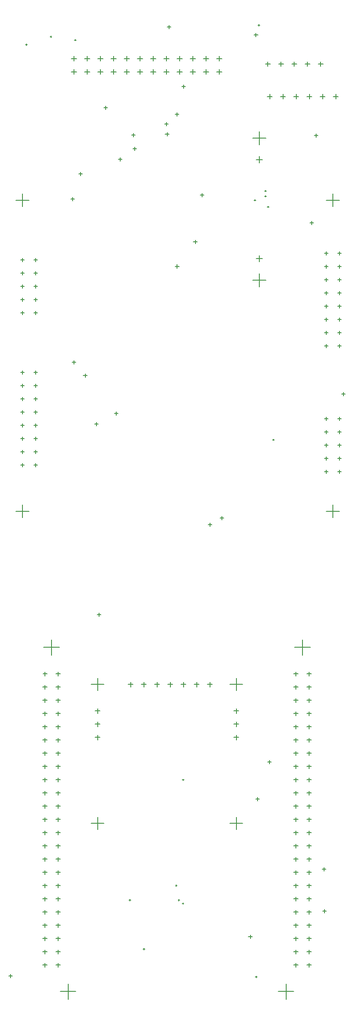
<source format=gbr>
G04 Layer_Color=128*
%FSLAX26Y26*%
%MOIN*%
%TF.FileFunction,Drillmap*%
%TF.Part,Single*%
G01*
G75*
%TA.AperFunction,NonConductor*%
%ADD48C,0.005000*%
D48*
X-887568Y2220178D02*
X-852135Y2220178D01*
X-869851Y2202461D02*
X-869851Y2237894D01*
X-887568Y2320178D02*
X-852135Y2320178D01*
X-869851Y2302461D02*
X-869851Y2337894D01*
X-887568Y2420178D02*
X-852135Y2420178D01*
X-869851Y2402461D02*
X-869851Y2437894D01*
X-1937568Y2220178D02*
X-1902135Y2220178D01*
X-1919851Y2202461D02*
X-1919851Y2237894D01*
X-1937568Y2320178D02*
X-1902135Y2320178D01*
X-1919851Y2302461D02*
X-1919851Y2337894D01*
X-1937568Y2420178D02*
X-1902135Y2420178D01*
X-1919851Y2402461D02*
X-1919851Y2437894D01*
X-743803Y5675260D02*
X-643803Y5675260D01*
X-693803Y5625260D02*
X-693803Y5725260D01*
X-743803Y6747660D02*
X-643803Y6747660D01*
X-693803Y6697660D02*
X-693803Y6797660D01*
X-717303Y6585760D02*
X-670303Y6585760D01*
X-693803Y6562260D02*
X-693803Y6609260D01*
X-718903Y5837160D02*
X-671903Y5837160D01*
X-695403Y5813660D02*
X-695403Y5860660D01*
X-201976Y4228500D02*
X-174024Y4228500D01*
X-188000Y4214524D02*
X-188000Y4242476D01*
X-201976Y4328500D02*
X-174024Y4328500D01*
X-188000Y4314524D02*
X-188000Y4342476D01*
X-201976Y4428500D02*
X-174024Y4428500D01*
X-188000Y4414524D02*
X-188000Y4442476D01*
X-201976Y4528500D02*
X-174024Y4528500D01*
X-188000Y4514524D02*
X-188000Y4542476D01*
X-201976Y4628500D02*
X-174024Y4628500D01*
X-188000Y4614524D02*
X-188000Y4642476D01*
X-101976Y4228500D02*
X-74024Y4228500D01*
X-88000Y4214524D02*
X-88000Y4242476D01*
X-101976Y4328500D02*
X-74024Y4328500D01*
X-88000Y4314524D02*
X-88000Y4342476D01*
X-101976Y4428500D02*
X-74024Y4428500D01*
X-88000Y4414524D02*
X-88000Y4442476D01*
X-101976Y4528500D02*
X-74024Y4528500D01*
X-88000Y4514524D02*
X-88000Y4542476D01*
X-101976Y4628500D02*
X-74024Y4628500D01*
X-88000Y4614524D02*
X-88000Y4642476D01*
X-1116701Y7248500D02*
X-1079299Y7248500D01*
X-1098000Y7229799D02*
X-1098000Y7267201D01*
X-1116701Y7348500D02*
X-1079299Y7348500D01*
X-1098000Y7329799D02*
X-1098000Y7367201D01*
X-1216701Y7348500D02*
X-1179299Y7348500D01*
X-1198000Y7329799D02*
X-1198000Y7367201D01*
X-1316701Y7348500D02*
X-1279299Y7348500D01*
X-1298000Y7329799D02*
X-1298000Y7367201D01*
X-1416701Y7348500D02*
X-1379299Y7348500D01*
X-1398000Y7329799D02*
X-1398000Y7367201D01*
X-1516701Y7348500D02*
X-1479299Y7348500D01*
X-1498000Y7329799D02*
X-1498000Y7367201D01*
X-1616701Y7348500D02*
X-1579299Y7348500D01*
X-1598000Y7329799D02*
X-1598000Y7367201D01*
X-1716701Y7348500D02*
X-1679299Y7348500D01*
X-1698000Y7329799D02*
X-1698000Y7367201D01*
X-1816701Y7348500D02*
X-1779299Y7348500D01*
X-1798000Y7329799D02*
X-1798000Y7367201D01*
X-1916701Y7348500D02*
X-1879299Y7348500D01*
X-1898000Y7329799D02*
X-1898000Y7367201D01*
X-2016701Y7348500D02*
X-1979299Y7348500D01*
X-1998000Y7329799D02*
X-1998000Y7367201D01*
X-2116701Y7348500D02*
X-2079299Y7348500D01*
X-2098000Y7329799D02*
X-2098000Y7367201D01*
X-1216701Y7248500D02*
X-1179299Y7248500D01*
X-1198000Y7229799D02*
X-1198000Y7267201D01*
X-1316701Y7248500D02*
X-1279299Y7248500D01*
X-1298000Y7229799D02*
X-1298000Y7267201D01*
X-1416701Y7248500D02*
X-1379299Y7248500D01*
X-1398000Y7229799D02*
X-1398000Y7267201D01*
X-1516701Y7248500D02*
X-1479299Y7248500D01*
X-1498000Y7229799D02*
X-1498000Y7267201D01*
X-1616701Y7248500D02*
X-1579299Y7248500D01*
X-1598000Y7229799D02*
X-1598000Y7267201D01*
X-1716701Y7248500D02*
X-1679299Y7248500D01*
X-1698000Y7229799D02*
X-1698000Y7267201D01*
X-1816701Y7248500D02*
X-1779299Y7248500D01*
X-1798000Y7229799D02*
X-1798000Y7267201D01*
X-1916701Y7248500D02*
X-1879299Y7248500D01*
X-1898000Y7229799D02*
X-1898000Y7267201D01*
X-2016701Y7248500D02*
X-1979299Y7248500D01*
X-1998000Y7229799D02*
X-1998000Y7267201D01*
X-2116701Y7248500D02*
X-2079299Y7248500D01*
X-2098000Y7229799D02*
X-2098000Y7267201D01*
X-1016701Y7348500D02*
X-979299Y7348500D01*
X-998000Y7329799D02*
X-998000Y7367201D01*
X-1016701Y7248500D02*
X-979299Y7248500D01*
X-998000Y7229799D02*
X-998000Y7267201D01*
X-2333000Y2700000D02*
X-2303000Y2700000D01*
X-2318000Y2685000D02*
X-2318000Y2715000D01*
X-433748Y500000D02*
X-402252Y500000D01*
X-418000Y484252D02*
X-418000Y515748D01*
X-433748Y600000D02*
X-402252Y600000D01*
X-418000Y584252D02*
X-418000Y615748D01*
X-433748Y700000D02*
X-402252Y700000D01*
X-418000Y684252D02*
X-418000Y715748D01*
X-433748Y800000D02*
X-402252Y800000D01*
X-418000Y784252D02*
X-418000Y815748D01*
X-433748Y900000D02*
X-402252Y900000D01*
X-418000Y884252D02*
X-418000Y915748D01*
X-433748Y1000000D02*
X-402252Y1000000D01*
X-418000Y984252D02*
X-418000Y1015748D01*
X-433748Y1100000D02*
X-402252Y1100000D01*
X-418000Y1084252D02*
X-418000Y1115748D01*
X-433748Y1200000D02*
X-402252Y1200000D01*
X-418000Y1184252D02*
X-418000Y1215748D01*
X-433748Y1300000D02*
X-402252Y1300000D01*
X-418000Y1284252D02*
X-418000Y1315748D01*
X-433748Y1400000D02*
X-402252Y1400000D01*
X-418000Y1384252D02*
X-418000Y1415748D01*
X-433748Y1500000D02*
X-402252Y1500000D01*
X-418000Y1484252D02*
X-418000Y1515748D01*
X-433748Y1600000D02*
X-402252Y1600000D01*
X-418000Y1584252D02*
X-418000Y1615748D01*
X-433748Y1700000D02*
X-402252Y1700000D01*
X-418000Y1684252D02*
X-418000Y1715748D01*
X-433748Y1800000D02*
X-402252Y1800000D01*
X-418000Y1784252D02*
X-418000Y1815748D01*
X-433748Y1900000D02*
X-402252Y1900000D01*
X-418000Y1884252D02*
X-418000Y1915748D01*
X-433748Y2000000D02*
X-402252Y2000000D01*
X-418000Y1984252D02*
X-418000Y2015748D01*
X-433748Y2100000D02*
X-402252Y2100000D01*
X-418000Y2084252D02*
X-418000Y2115748D01*
X-433748Y2200000D02*
X-402252Y2200000D01*
X-418000Y2184252D02*
X-418000Y2215748D01*
X-433748Y2300000D02*
X-402252Y2300000D01*
X-418000Y2284252D02*
X-418000Y2315748D01*
X-433748Y2400000D02*
X-402252Y2400000D01*
X-418000Y2384252D02*
X-418000Y2415748D01*
X-433748Y2500000D02*
X-402252Y2500000D01*
X-418000Y2484252D02*
X-418000Y2515748D01*
X-433748Y2600000D02*
X-402252Y2600000D01*
X-418000Y2584252D02*
X-418000Y2615748D01*
X-333748Y500000D02*
X-302252Y500000D01*
X-318000Y484252D02*
X-318000Y515748D01*
X-333748Y600000D02*
X-302252Y600000D01*
X-318000Y584252D02*
X-318000Y615748D01*
X-333748Y700000D02*
X-302252Y700000D01*
X-318000Y684252D02*
X-318000Y715748D01*
X-333748Y800000D02*
X-302252Y800000D01*
X-318000Y784252D02*
X-318000Y815748D01*
X-333748Y900000D02*
X-302252Y900000D01*
X-318000Y884252D02*
X-318000Y915748D01*
X-333748Y1000000D02*
X-302252Y1000000D01*
X-318000Y984252D02*
X-318000Y1015748D01*
X-333748Y1100000D02*
X-302252Y1100000D01*
X-318000Y1084252D02*
X-318000Y1115748D01*
X-333748Y1200000D02*
X-302252Y1200000D01*
X-318000Y1184252D02*
X-318000Y1215748D01*
X-333748Y1300000D02*
X-302252Y1300000D01*
X-318000Y1284252D02*
X-318000Y1315748D01*
X-333748Y1400000D02*
X-302252Y1400000D01*
X-318000Y1384252D02*
X-318000Y1415748D01*
X-333748Y1500000D02*
X-302252Y1500000D01*
X-318000Y1484252D02*
X-318000Y1515748D01*
X-333748Y1600000D02*
X-302252Y1600000D01*
X-318000Y1584252D02*
X-318000Y1615748D01*
X-333748Y1700000D02*
X-302252Y1700000D01*
X-318000Y1684252D02*
X-318000Y1715748D01*
X-333748Y1800000D02*
X-302252Y1800000D01*
X-318000Y1784252D02*
X-318000Y1815748D01*
X-333748Y1900000D02*
X-302252Y1900000D01*
X-318000Y1884252D02*
X-318000Y1915748D01*
X-333748Y2000000D02*
X-302252Y2000000D01*
X-318000Y1984252D02*
X-318000Y2015748D01*
X-333748Y2100000D02*
X-302252Y2100000D01*
X-318000Y2084252D02*
X-318000Y2115748D01*
X-333748Y2200000D02*
X-302252Y2200000D01*
X-318000Y2184252D02*
X-318000Y2215748D01*
X-333748Y2300000D02*
X-302252Y2300000D01*
X-318000Y2284252D02*
X-318000Y2315748D01*
X-333748Y2400000D02*
X-302252Y2400000D01*
X-318000Y2384252D02*
X-318000Y2415748D01*
X-333748Y2500000D02*
X-302252Y2500000D01*
X-318000Y2484252D02*
X-318000Y2515748D01*
X-333748Y2600000D02*
X-302252Y2600000D01*
X-318000Y2584252D02*
X-318000Y2615748D01*
X-333748Y2700000D02*
X-302252Y2700000D01*
X-318000Y2684252D02*
X-318000Y2715748D01*
X-433748Y2700000D02*
X-402252Y2700000D01*
X-418000Y2684252D02*
X-418000Y2715748D01*
X-2333748Y500000D02*
X-2302252Y500000D01*
X-2318000Y484252D02*
X-2318000Y515748D01*
X-2333748Y600000D02*
X-2302252Y600000D01*
X-2318000Y584252D02*
X-2318000Y615748D01*
X-2333748Y700000D02*
X-2302252Y700000D01*
X-2318000Y684252D02*
X-2318000Y715748D01*
X-2333748Y800000D02*
X-2302252Y800000D01*
X-2318000Y784252D02*
X-2318000Y815748D01*
X-2333748Y900000D02*
X-2302252Y900000D01*
X-2318000Y884252D02*
X-2318000Y915748D01*
X-2333748Y1000000D02*
X-2302252Y1000000D01*
X-2318000Y984252D02*
X-2318000Y1015748D01*
X-2333748Y1100000D02*
X-2302252Y1100000D01*
X-2318000Y1084252D02*
X-2318000Y1115748D01*
X-2333748Y1200000D02*
X-2302252Y1200000D01*
X-2318000Y1184252D02*
X-2318000Y1215748D01*
X-2333748Y1300000D02*
X-2302252Y1300000D01*
X-2318000Y1284252D02*
X-2318000Y1315748D01*
X-2333748Y1400000D02*
X-2302252Y1400000D01*
X-2318000Y1384252D02*
X-2318000Y1415748D01*
X-2333748Y1500000D02*
X-2302252Y1500000D01*
X-2318000Y1484252D02*
X-2318000Y1515748D01*
X-2333748Y1600000D02*
X-2302252Y1600000D01*
X-2318000Y1584252D02*
X-2318000Y1615748D01*
X-2333748Y1700000D02*
X-2302252Y1700000D01*
X-2318000Y1684252D02*
X-2318000Y1715748D01*
X-2333748Y1800000D02*
X-2302252Y1800000D01*
X-2318000Y1784252D02*
X-2318000Y1815748D01*
X-2333748Y1900000D02*
X-2302252Y1900000D01*
X-2318000Y1884252D02*
X-2318000Y1915748D01*
X-2333748Y2000000D02*
X-2302252Y2000000D01*
X-2318000Y1984252D02*
X-2318000Y2015748D01*
X-2333748Y2100000D02*
X-2302252Y2100000D01*
X-2318000Y2084252D02*
X-2318000Y2115748D01*
X-2333748Y2200000D02*
X-2302252Y2200000D01*
X-2318000Y2184252D02*
X-2318000Y2215748D01*
X-2333748Y2300000D02*
X-2302252Y2300000D01*
X-2318000Y2284252D02*
X-2318000Y2315748D01*
X-2333748Y2400000D02*
X-2302252Y2400000D01*
X-2318000Y2384252D02*
X-2318000Y2415748D01*
X-2333748Y2500000D02*
X-2302252Y2500000D01*
X-2318000Y2484252D02*
X-2318000Y2515748D01*
X-2333748Y2600000D02*
X-2302252Y2600000D01*
X-2318000Y2584252D02*
X-2318000Y2615748D01*
X-2233748Y500000D02*
X-2202252Y500000D01*
X-2218000Y484252D02*
X-2218000Y515748D01*
X-2233748Y600000D02*
X-2202252Y600000D01*
X-2218000Y584252D02*
X-2218000Y615748D01*
X-2233748Y700000D02*
X-2202252Y700000D01*
X-2218000Y684252D02*
X-2218000Y715748D01*
X-2233748Y800000D02*
X-2202252Y800000D01*
X-2218000Y784252D02*
X-2218000Y815748D01*
X-2233748Y900000D02*
X-2202252Y900000D01*
X-2218000Y884252D02*
X-2218000Y915748D01*
X-2233748Y1000000D02*
X-2202252Y1000000D01*
X-2218000Y984252D02*
X-2218000Y1015748D01*
X-2233748Y1100000D02*
X-2202252Y1100000D01*
X-2218000Y1084252D02*
X-2218000Y1115748D01*
X-2233748Y1200000D02*
X-2202252Y1200000D01*
X-2218000Y1184252D02*
X-2218000Y1215748D01*
X-2233748Y1300000D02*
X-2202252Y1300000D01*
X-2218000Y1284252D02*
X-2218000Y1315748D01*
X-2233748Y1400000D02*
X-2202252Y1400000D01*
X-2218000Y1384252D02*
X-2218000Y1415748D01*
X-2233748Y1500000D02*
X-2202252Y1500000D01*
X-2218000Y1484252D02*
X-2218000Y1515748D01*
X-2233748Y1600000D02*
X-2202252Y1600000D01*
X-2218000Y1584252D02*
X-2218000Y1615748D01*
X-2233748Y1700000D02*
X-2202252Y1700000D01*
X-2218000Y1684252D02*
X-2218000Y1715748D01*
X-2233748Y1800000D02*
X-2202252Y1800000D01*
X-2218000Y1784252D02*
X-2218000Y1815748D01*
X-2233748Y1900000D02*
X-2202252Y1900000D01*
X-2218000Y1884252D02*
X-2218000Y1915748D01*
X-2233748Y2000000D02*
X-2202252Y2000000D01*
X-2218000Y1984252D02*
X-2218000Y2015748D01*
X-2233748Y2100000D02*
X-2202252Y2100000D01*
X-2218000Y2084252D02*
X-2218000Y2115748D01*
X-2233748Y2200000D02*
X-2202252Y2200000D01*
X-2218000Y2184252D02*
X-2218000Y2215748D01*
X-2233748Y2300000D02*
X-2202252Y2300000D01*
X-2218000Y2284252D02*
X-2218000Y2315748D01*
X-2233748Y2400000D02*
X-2202252Y2400000D01*
X-2218000Y2384252D02*
X-2218000Y2415748D01*
X-2233748Y2500000D02*
X-2202252Y2500000D01*
X-2218000Y2484252D02*
X-2218000Y2515748D01*
X-2233748Y2600000D02*
X-2202252Y2600000D01*
X-2218000Y2584252D02*
X-2218000Y2615748D01*
X-2233748Y2700000D02*
X-2202252Y2700000D01*
X-2218000Y2684252D02*
X-2218000Y2715748D01*
X-2202055Y300000D02*
X-2083945Y300000D01*
X-2143000Y240945D02*
X-2143000Y359055D01*
X-552055Y300000D02*
X-433945Y300000D01*
X-493000Y240945D02*
X-493000Y359055D01*
X-427055Y2900000D02*
X-308945Y2900000D01*
X-368000Y2840945D02*
X-368000Y2959055D01*
X-2327055Y2900000D02*
X-2208945Y2900000D01*
X-2268000Y2840945D02*
X-2268000Y2959055D01*
X-133717Y7061500D02*
X-98284Y7061500D01*
X-116001Y7043784D02*
X-116001Y7079217D01*
X-233717Y7061500D02*
X-198284Y7061500D01*
X-216001Y7043784D02*
X-216001Y7079217D01*
X-333717Y7061500D02*
X-298284Y7061500D01*
X-316001Y7043784D02*
X-316001Y7079217D01*
X-433717Y7061500D02*
X-398284Y7061500D01*
X-416001Y7043784D02*
X-416001Y7079217D01*
X-533717Y7061500D02*
X-498284Y7061500D01*
X-516001Y7043784D02*
X-516001Y7079217D01*
X-633717Y7061500D02*
X-598284Y7061500D01*
X-616001Y7043784D02*
X-616001Y7079217D01*
X-348197Y7307176D02*
X-312764Y7307176D01*
X-330481Y7289460D02*
X-330481Y7324893D01*
X-448197Y7307176D02*
X-412764Y7307176D01*
X-430481Y7289460D02*
X-430481Y7324893D01*
X-548197Y7307176D02*
X-512764Y7307176D01*
X-530481Y7289460D02*
X-530481Y7324893D01*
X-648197Y7307176D02*
X-612764Y7307176D01*
X-630481Y7289460D02*
X-630481Y7324893D01*
X-248197Y7307176D02*
X-212764Y7307176D01*
X-230481Y7289460D02*
X-230481Y7324893D01*
X-2501976Y5428500D02*
X-2474024Y5428500D01*
X-2488000Y5414524D02*
X-2488000Y5442476D01*
X-2501976Y5528500D02*
X-2474024Y5528500D01*
X-2488000Y5514524D02*
X-2488000Y5542476D01*
X-2501976Y5628500D02*
X-2474024Y5628500D01*
X-2488000Y5614524D02*
X-2488000Y5642476D01*
X-2501976Y5728500D02*
X-2474024Y5728500D01*
X-2488000Y5714524D02*
X-2488000Y5742476D01*
X-2501976Y5828500D02*
X-2474024Y5828500D01*
X-2488000Y5814524D02*
X-2488000Y5842476D01*
X-2401976Y5428500D02*
X-2374024Y5428500D01*
X-2388000Y5414524D02*
X-2388000Y5442476D01*
X-2401976Y5528500D02*
X-2374024Y5528500D01*
X-2388000Y5514524D02*
X-2388000Y5542476D01*
X-2401976Y5628500D02*
X-2374024Y5628500D01*
X-2388000Y5614524D02*
X-2388000Y5642476D01*
X-2401976Y5728500D02*
X-2374024Y5728500D01*
X-2388000Y5714524D02*
X-2388000Y5742476D01*
X-2401976Y5828500D02*
X-2374024Y5828500D01*
X-2388000Y5814524D02*
X-2388000Y5842476D01*
X-1333000Y5778500D02*
X-1303000Y5778500D01*
X-1318000Y5763500D02*
X-1318000Y5793500D01*
X-2537213Y6278500D02*
X-2438787Y6278500D01*
X-2488000Y6229287D02*
X-2488000Y6327713D01*
X-2537213Y3928500D02*
X-2438787Y3928500D01*
X-2488000Y3879287D02*
X-2488000Y3977713D01*
X-187213Y6278500D02*
X-88787Y6278500D01*
X-138000Y6229287D02*
X-138000Y6327713D01*
X-187213Y3928500D02*
X-88787Y3928500D01*
X-138000Y3879287D02*
X-138000Y3977713D01*
X-1967351Y1570178D02*
X-1872351Y1570178D01*
X-1919851Y1522678D02*
X-1919851Y1617678D01*
X-917351Y2620178D02*
X-822351Y2620178D01*
X-869851Y2572678D02*
X-869851Y2667678D01*
X-917351Y1570178D02*
X-822351Y1570178D01*
X-869851Y1522678D02*
X-869851Y1617678D01*
X-1967351Y2620178D02*
X-1872351Y2620178D01*
X-1919851Y2572678D02*
X-1919851Y2667678D01*
X-2401976Y4278500D02*
X-2374024Y4278500D01*
X-2388000Y4264524D02*
X-2388000Y4292476D01*
X-2401976Y4378500D02*
X-2374024Y4378500D01*
X-2388000Y4364524D02*
X-2388000Y4392476D01*
X-2401976Y4478500D02*
X-2374024Y4478500D01*
X-2388000Y4464524D02*
X-2388000Y4492476D01*
X-2501976Y4278500D02*
X-2474024Y4278500D01*
X-2488000Y4264524D02*
X-2488000Y4292476D01*
X-2501976Y4378500D02*
X-2474024Y4378500D01*
X-2488000Y4364524D02*
X-2488000Y4392476D01*
X-2501976Y4478500D02*
X-2474024Y4478500D01*
X-2488000Y4464524D02*
X-2488000Y4492476D01*
X-2401976Y4578500D02*
X-2374024Y4578500D01*
X-2388000Y4564524D02*
X-2388000Y4592476D01*
X-2401976Y4678500D02*
X-2374024Y4678500D01*
X-2388000Y4664524D02*
X-2388000Y4692476D01*
X-2401976Y4778500D02*
X-2374024Y4778500D01*
X-2388000Y4764524D02*
X-2388000Y4792476D01*
X-2401976Y4878500D02*
X-2374024Y4878500D01*
X-2388000Y4864524D02*
X-2388000Y4892476D01*
X-2401976Y4978500D02*
X-2374024Y4978500D01*
X-2388000Y4964524D02*
X-2388000Y4992476D01*
X-2501976Y4578500D02*
X-2474024Y4578500D01*
X-2488000Y4564524D02*
X-2488000Y4592476D01*
X-2501976Y4678500D02*
X-2474024Y4678500D01*
X-2488000Y4664524D02*
X-2488000Y4692476D01*
X-2501976Y4778500D02*
X-2474024Y4778500D01*
X-2488000Y4764524D02*
X-2488000Y4792476D01*
X-2501976Y4878500D02*
X-2474024Y4878500D01*
X-2488000Y4864524D02*
X-2488000Y4892476D01*
X-2501976Y4978500D02*
X-2474024Y4978500D01*
X-2488000Y4964524D02*
X-2488000Y4992476D01*
X-101976Y5178500D02*
X-74024Y5178500D01*
X-88000Y5164524D02*
X-88000Y5192476D01*
X-101976Y5278500D02*
X-74024Y5278500D01*
X-88000Y5264524D02*
X-88000Y5292476D01*
X-101976Y5378500D02*
X-74024Y5378500D01*
X-88000Y5364524D02*
X-88000Y5392476D01*
X-201976Y5178500D02*
X-174024Y5178500D01*
X-188000Y5164524D02*
X-188000Y5192476D01*
X-201976Y5278500D02*
X-174024Y5278500D01*
X-188000Y5264524D02*
X-188000Y5292476D01*
X-201976Y5378500D02*
X-174024Y5378500D01*
X-188000Y5364524D02*
X-188000Y5392476D01*
X-101976Y5478500D02*
X-74024Y5478500D01*
X-88000Y5464524D02*
X-88000Y5492476D01*
X-101976Y5578500D02*
X-74024Y5578500D01*
X-88000Y5564524D02*
X-88000Y5592476D01*
X-101976Y5678500D02*
X-74024Y5678500D01*
X-88000Y5664524D02*
X-88000Y5692476D01*
X-101976Y5778500D02*
X-74024Y5778500D01*
X-88000Y5764524D02*
X-88000Y5792476D01*
X-101976Y5878500D02*
X-74024Y5878500D01*
X-88000Y5864524D02*
X-88000Y5892476D01*
X-201976Y5478500D02*
X-174024Y5478500D01*
X-188000Y5464524D02*
X-188000Y5492476D01*
X-201976Y5578500D02*
X-174024Y5578500D01*
X-188000Y5564524D02*
X-188000Y5592476D01*
X-201976Y5678500D02*
X-174024Y5678500D01*
X-188000Y5664524D02*
X-188000Y5692476D01*
X-201976Y5778500D02*
X-174024Y5778500D01*
X-188000Y5764524D02*
X-188000Y5792476D01*
X-201976Y5878500D02*
X-174024Y5878500D01*
X-188000Y5864524D02*
X-188000Y5892476D01*
X-1287568Y2620178D02*
X-1252135Y2620178D01*
X-1269851Y2602461D02*
X-1269851Y2637894D01*
X-1087568Y2620178D02*
X-1052135Y2620178D01*
X-1069851Y2602461D02*
X-1069851Y2637894D01*
X-1187568Y2620178D02*
X-1152135Y2620178D01*
X-1169851Y2602461D02*
X-1169851Y2637894D01*
X-1387568Y2620178D02*
X-1352135Y2620178D01*
X-1369851Y2602461D02*
X-1369851Y2637894D01*
X-1487568Y2620178D02*
X-1452135Y2620178D01*
X-1469851Y2602461D02*
X-1469851Y2637894D01*
X-1587568Y2620178D02*
X-1552135Y2620178D01*
X-1569851Y2602461D02*
X-1569851Y2637894D01*
X-1687568Y2620178D02*
X-1652135Y2620178D01*
X-1669851Y2602461D02*
X-1669851Y2637894D01*
X-1193948Y5964948D02*
X-1165948Y5964948D01*
X-1179948Y5950948D02*
X-1179948Y5978948D01*
X-777000Y715000D02*
X-749000Y715000D01*
X-763000Y701000D02*
X-763000Y729000D01*
X-1573906Y620000D02*
X-1562094Y620000D01*
X-1568000Y614095D02*
X-1568000Y625905D01*
X-723905Y410000D02*
X-712095Y410000D01*
X-718000Y404094D02*
X-718000Y415906D01*
X-1276906Y1899500D02*
X-1265094Y1899500D01*
X-1271000Y1893594D02*
X-1271000Y1905406D01*
X-722000Y1755000D02*
X-694000Y1755000D01*
X-708000Y1741000D02*
X-708000Y1769000D01*
X-703905Y7600000D02*
X-692095Y7600000D01*
X-698000Y7594095D02*
X-698000Y7605905D01*
X-632000Y2035000D02*
X-604000Y2035000D01*
X-618000Y2021000D02*
X-618000Y2049000D01*
X-1762000Y6588500D02*
X-1734000Y6588500D01*
X-1748000Y6574500D02*
X-1748000Y6602500D01*
X-1872000Y6978500D02*
X-1844000Y6978500D01*
X-1858000Y6964500D02*
X-1858000Y6992500D01*
X-593905Y4468500D02*
X-582095Y4468500D01*
X-588000Y4462595D02*
X-588000Y4474405D01*
X-992000Y3878500D02*
X-964000Y3878500D01*
X-978000Y3864500D02*
X-978000Y3892500D01*
X-1792000Y4668500D02*
X-1764000Y4668500D01*
X-1778000Y4654500D02*
X-1778000Y4682500D01*
X-1082000Y3828500D02*
X-1054000Y3828500D01*
X-1068000Y3814500D02*
X-1068000Y3842500D01*
X-1942000Y4588500D02*
X-1914000Y4588500D01*
X-1928000Y4574500D02*
X-1928000Y4602500D01*
X-1922000Y3148500D02*
X-1894000Y3148500D01*
X-1908000Y3134500D02*
X-1908000Y3162500D01*
X-1282000Y7138500D02*
X-1254000Y7138500D01*
X-1268000Y7124500D02*
X-1268000Y7152500D01*
X-1332000Y6928500D02*
X-1304000Y6928500D01*
X-1318000Y6914500D02*
X-1318000Y6942500D01*
X-2062000Y6478500D02*
X-2034000Y6478500D01*
X-2048000Y6464500D02*
X-2048000Y6492500D01*
X-1142000Y6318500D02*
X-1114000Y6318500D01*
X-1128000Y6304500D02*
X-1128000Y6332500D01*
X-2122000Y6288500D02*
X-2094000Y6288500D01*
X-2108000Y6274500D02*
X-2108000Y6302500D01*
X-1392000Y7587500D02*
X-1364000Y7587500D01*
X-1378000Y7573500D02*
X-1378000Y7601500D01*
X-734481Y7527176D02*
X-706481Y7527176D01*
X-720481Y7513176D02*
X-720481Y7541176D01*
X-279481Y6767176D02*
X-251481Y6767176D01*
X-265481Y6753176D02*
X-265481Y6781176D01*
X-72000Y4813500D02*
X-44000Y4813500D01*
X-58000Y4799500D02*
X-58000Y4827500D01*
X-653905Y6348500D02*
X-642095Y6348500D01*
X-648000Y6342595D02*
X-648000Y6354405D01*
X-2278905Y7513500D02*
X-2267095Y7513500D01*
X-2273000Y7507595D02*
X-2273000Y7519405D01*
X-1278906Y965500D02*
X-1267094Y965500D01*
X-1273000Y959595D02*
X-1273000Y971405D01*
X-2592000Y418500D02*
X-2564000Y418500D01*
X-2578000Y404500D02*
X-2578000Y432500D01*
X-1329630Y1101224D02*
X-1317819Y1101224D01*
X-1323724Y1095319D02*
X-1323724Y1107130D01*
X-1680024Y990988D02*
X-1668213Y990988D01*
X-1674118Y985083D02*
X-1674118Y996894D01*
X-219614Y1223272D02*
X-191614Y1223272D01*
X-205614Y1209272D02*
X-205614Y1237272D01*
X-215677Y908311D02*
X-187677Y908311D01*
X-201677Y894311D02*
X-201677Y922311D01*
X-1412000Y6853500D02*
X-1384000Y6853500D01*
X-1398000Y6839500D02*
X-1398000Y6867500D01*
X-1407000Y6778500D02*
X-1379000Y6778500D01*
X-1393000Y6764500D02*
X-1393000Y6792500D01*
X-312000Y6108500D02*
X-284000Y6108500D01*
X-298000Y6094500D02*
X-298000Y6122500D01*
X-1309945Y990988D02*
X-1298134Y990988D01*
X-1304039Y985083D02*
X-1304039Y996894D01*
X-1662000Y6771500D02*
X-1634000Y6771500D01*
X-1648000Y6757500D02*
X-1648000Y6785500D01*
X-653905Y6308500D02*
X-642095Y6308500D01*
X-648000Y6302595D02*
X-648000Y6314405D01*
X-733905Y6278500D02*
X-722095Y6278500D01*
X-728000Y6272595D02*
X-728000Y6284405D01*
X-633905Y6228500D02*
X-622095Y6228500D01*
X-628000Y6222595D02*
X-628000Y6234405D01*
X-2027000Y4953500D02*
X-1999000Y4953500D01*
X-2013000Y4939500D02*
X-2013000Y4967500D01*
X-2112000Y5053500D02*
X-2084000Y5053500D01*
X-2098000Y5039500D02*
X-2098000Y5067500D01*
X-2463905Y7453500D02*
X-2452095Y7453500D01*
X-2458000Y7447595D02*
X-2458000Y7459405D01*
X-2093905Y7488500D02*
X-2082095Y7488500D01*
X-2088000Y7482595D02*
X-2088000Y7494405D01*
X-1652000Y6668500D02*
X-1624000Y6668500D01*
X-1638000Y6654500D02*
X-1638000Y6682500D01*
%TF.MD5,6ccd1ac15b8385b8018e2672c325796a*%
M02*

</source>
